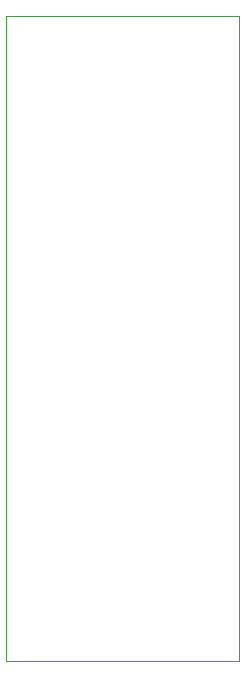
<source format=gm1>
G04 #@! TF.GenerationSoftware,KiCad,Pcbnew,7.0.5-7.0.5~ubuntu23.04.1*
G04 #@! TF.CreationDate,2023-06-22T20:58:36+02:00*
G04 #@! TF.ProjectId,olimex-ice40-pi-header,6f6c696d-6578-42d6-9963-6534302d7069,rev?*
G04 #@! TF.SameCoordinates,Original*
G04 #@! TF.FileFunction,Profile,NP*
%FSLAX46Y46*%
G04 Gerber Fmt 4.6, Leading zero omitted, Abs format (unit mm)*
G04 Created by KiCad (PCBNEW 7.0.5-7.0.5~ubuntu23.04.1) date 2023-06-22 20:58:36*
%MOMM*%
%LPD*%
G01*
G04 APERTURE LIST*
G04 #@! TA.AperFunction,Profile*
%ADD10C,0.100000*%
G04 #@! TD*
G04 APERTURE END LIST*
D10*
X130810000Y-70485000D02*
X150495000Y-70485000D01*
X150495000Y-125095000D01*
X130810000Y-125095000D01*
X130810000Y-70485000D01*
M02*

</source>
